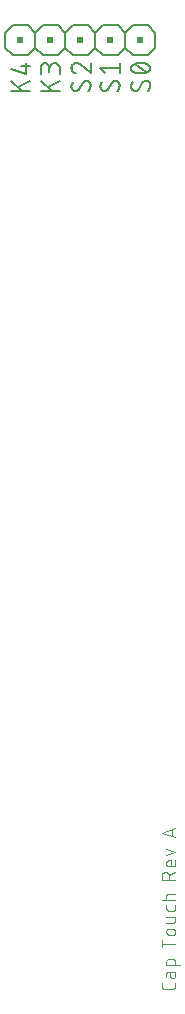
<source format=gbr>
G04 EAGLE Gerber RS-274X export*
G75*
%MOMM*%
%FSLAX34Y34*%
%LPD*%
%INSilkscreen Top*%
%IPPOS*%
%AMOC8*
5,1,8,0,0,1.08239X$1,22.5*%
G01*
%ADD10C,0.152400*%
%ADD11C,0.101600*%
%ADD12R,0.508000X0.508000*%


D10*
X66738Y770762D02*
X50482Y770762D01*
X50482Y779793D02*
X60416Y770762D01*
X56804Y774374D02*
X66738Y779793D01*
X66738Y785661D02*
X66738Y790177D01*
X66736Y790310D01*
X66730Y790442D01*
X66720Y790574D01*
X66707Y790706D01*
X66689Y790838D01*
X66668Y790968D01*
X66643Y791099D01*
X66614Y791228D01*
X66581Y791356D01*
X66545Y791484D01*
X66505Y791610D01*
X66461Y791735D01*
X66413Y791859D01*
X66362Y791981D01*
X66307Y792102D01*
X66249Y792221D01*
X66187Y792339D01*
X66122Y792454D01*
X66053Y792568D01*
X65982Y792679D01*
X65906Y792788D01*
X65828Y792895D01*
X65747Y793000D01*
X65662Y793102D01*
X65575Y793202D01*
X65485Y793299D01*
X65392Y793394D01*
X65296Y793485D01*
X65198Y793574D01*
X65097Y793660D01*
X64993Y793743D01*
X64887Y793823D01*
X64779Y793899D01*
X64669Y793973D01*
X64556Y794043D01*
X64442Y794110D01*
X64325Y794173D01*
X64207Y794233D01*
X64087Y794290D01*
X63965Y794343D01*
X63842Y794392D01*
X63718Y794438D01*
X63592Y794480D01*
X63465Y794518D01*
X63337Y794553D01*
X63208Y794584D01*
X63079Y794611D01*
X62948Y794634D01*
X62817Y794654D01*
X62685Y794669D01*
X62553Y794681D01*
X62421Y794689D01*
X62288Y794693D01*
X62156Y794693D01*
X62023Y794689D01*
X61891Y794681D01*
X61759Y794669D01*
X61627Y794654D01*
X61496Y794634D01*
X61365Y794611D01*
X61236Y794584D01*
X61107Y794553D01*
X60979Y794518D01*
X60852Y794480D01*
X60726Y794438D01*
X60602Y794392D01*
X60479Y794343D01*
X60357Y794290D01*
X60237Y794233D01*
X60119Y794173D01*
X60002Y794110D01*
X59888Y794043D01*
X59775Y793973D01*
X59665Y793899D01*
X59557Y793823D01*
X59451Y793743D01*
X59347Y793660D01*
X59246Y793574D01*
X59148Y793485D01*
X59052Y793394D01*
X58959Y793299D01*
X58869Y793202D01*
X58782Y793102D01*
X58697Y793000D01*
X58616Y792895D01*
X58538Y792788D01*
X58462Y792679D01*
X58391Y792568D01*
X58322Y792454D01*
X58257Y792339D01*
X58195Y792221D01*
X58137Y792102D01*
X58082Y791981D01*
X58031Y791859D01*
X57983Y791735D01*
X57939Y791610D01*
X57899Y791484D01*
X57863Y791356D01*
X57830Y791228D01*
X57801Y791099D01*
X57776Y790968D01*
X57755Y790838D01*
X57737Y790706D01*
X57724Y790574D01*
X57714Y790442D01*
X57708Y790310D01*
X57706Y790177D01*
X50482Y791080D02*
X50482Y785661D01*
X50482Y791080D02*
X50484Y791199D01*
X50490Y791319D01*
X50500Y791438D01*
X50514Y791556D01*
X50531Y791675D01*
X50553Y791792D01*
X50578Y791909D01*
X50608Y792024D01*
X50641Y792139D01*
X50678Y792253D01*
X50718Y792365D01*
X50763Y792476D01*
X50811Y792585D01*
X50862Y792693D01*
X50917Y792799D01*
X50976Y792903D01*
X51038Y793005D01*
X51103Y793105D01*
X51172Y793203D01*
X51244Y793299D01*
X51319Y793392D01*
X51396Y793482D01*
X51477Y793570D01*
X51561Y793655D01*
X51648Y793737D01*
X51737Y793817D01*
X51829Y793893D01*
X51923Y793967D01*
X52020Y794037D01*
X52118Y794104D01*
X52219Y794168D01*
X52323Y794228D01*
X52428Y794285D01*
X52535Y794338D01*
X52643Y794388D01*
X52753Y794434D01*
X52865Y794476D01*
X52978Y794515D01*
X53092Y794550D01*
X53207Y794581D01*
X53324Y794609D01*
X53441Y794632D01*
X53558Y794652D01*
X53677Y794668D01*
X53796Y794680D01*
X53915Y794688D01*
X54034Y794692D01*
X54154Y794692D01*
X54273Y794688D01*
X54392Y794680D01*
X54511Y794668D01*
X54630Y794652D01*
X54747Y794632D01*
X54864Y794609D01*
X54981Y794581D01*
X55096Y794550D01*
X55210Y794515D01*
X55323Y794476D01*
X55435Y794434D01*
X55545Y794388D01*
X55653Y794338D01*
X55760Y794285D01*
X55865Y794228D01*
X55969Y794168D01*
X56070Y794104D01*
X56168Y794037D01*
X56265Y793967D01*
X56359Y793893D01*
X56451Y793817D01*
X56540Y793737D01*
X56627Y793655D01*
X56711Y793570D01*
X56792Y793482D01*
X56869Y793392D01*
X56944Y793299D01*
X57016Y793203D01*
X57085Y793105D01*
X57150Y793005D01*
X57212Y792903D01*
X57271Y792799D01*
X57326Y792693D01*
X57377Y792585D01*
X57425Y792476D01*
X57470Y792365D01*
X57510Y792253D01*
X57547Y792139D01*
X57580Y792024D01*
X57610Y791909D01*
X57635Y791792D01*
X57657Y791675D01*
X57674Y791556D01*
X57688Y791438D01*
X57698Y791319D01*
X57704Y791199D01*
X57706Y791080D01*
X57707Y791080D02*
X57707Y787467D01*
X89126Y779793D02*
X89244Y779791D01*
X89362Y779785D01*
X89480Y779776D01*
X89597Y779762D01*
X89714Y779745D01*
X89831Y779724D01*
X89946Y779699D01*
X90061Y779670D01*
X90175Y779637D01*
X90287Y779601D01*
X90398Y779561D01*
X90508Y779518D01*
X90617Y779471D01*
X90724Y779421D01*
X90829Y779366D01*
X90932Y779309D01*
X91033Y779248D01*
X91133Y779184D01*
X91230Y779117D01*
X91325Y779047D01*
X91417Y778973D01*
X91508Y778897D01*
X91595Y778817D01*
X91680Y778735D01*
X91762Y778650D01*
X91842Y778563D01*
X91918Y778472D01*
X91992Y778380D01*
X92062Y778285D01*
X92129Y778188D01*
X92193Y778088D01*
X92254Y777987D01*
X92311Y777884D01*
X92366Y777779D01*
X92416Y777672D01*
X92463Y777563D01*
X92506Y777453D01*
X92546Y777342D01*
X92582Y777230D01*
X92615Y777116D01*
X92644Y777001D01*
X92669Y776886D01*
X92690Y776769D01*
X92707Y776652D01*
X92721Y776535D01*
X92730Y776417D01*
X92736Y776299D01*
X92738Y776181D01*
X92736Y775998D01*
X92729Y775816D01*
X92718Y775634D01*
X92703Y775452D01*
X92683Y775270D01*
X92660Y775089D01*
X92631Y774909D01*
X92599Y774729D01*
X92562Y774550D01*
X92521Y774373D01*
X92475Y774196D01*
X92426Y774020D01*
X92372Y773846D01*
X92314Y773672D01*
X92252Y773501D01*
X92186Y773331D01*
X92115Y773162D01*
X92041Y772995D01*
X91963Y772830D01*
X91881Y772667D01*
X91795Y772506D01*
X91705Y772347D01*
X91611Y772190D01*
X91514Y772036D01*
X91413Y771884D01*
X91308Y771734D01*
X91200Y771587D01*
X91089Y771443D01*
X90974Y771301D01*
X90855Y771162D01*
X90733Y771026D01*
X90608Y770893D01*
X90480Y770763D01*
X80094Y771214D02*
X79976Y771216D01*
X79858Y771222D01*
X79740Y771231D01*
X79623Y771245D01*
X79506Y771262D01*
X79389Y771283D01*
X79274Y771308D01*
X79159Y771337D01*
X79045Y771370D01*
X78933Y771406D01*
X78822Y771446D01*
X78712Y771489D01*
X78603Y771536D01*
X78496Y771586D01*
X78391Y771641D01*
X78288Y771698D01*
X78187Y771759D01*
X78087Y771823D01*
X77990Y771890D01*
X77895Y771960D01*
X77803Y772034D01*
X77712Y772110D01*
X77625Y772190D01*
X77540Y772272D01*
X77458Y772357D01*
X77378Y772444D01*
X77302Y772535D01*
X77228Y772627D01*
X77158Y772722D01*
X77091Y772819D01*
X77027Y772919D01*
X76966Y773020D01*
X76909Y773123D01*
X76854Y773228D01*
X76804Y773335D01*
X76757Y773444D01*
X76714Y773554D01*
X76674Y773665D01*
X76638Y773777D01*
X76605Y773891D01*
X76576Y774006D01*
X76551Y774121D01*
X76530Y774238D01*
X76513Y774355D01*
X76499Y774472D01*
X76490Y774590D01*
X76484Y774708D01*
X76482Y774826D01*
X76484Y774987D01*
X76490Y775149D01*
X76499Y775310D01*
X76513Y775471D01*
X76530Y775631D01*
X76551Y775791D01*
X76576Y775951D01*
X76605Y776110D01*
X76637Y776268D01*
X76673Y776425D01*
X76713Y776581D01*
X76757Y776737D01*
X76805Y776891D01*
X76856Y777044D01*
X76910Y777196D01*
X76969Y777347D01*
X77030Y777496D01*
X77096Y777643D01*
X77165Y777789D01*
X77237Y777934D01*
X77313Y778076D01*
X77392Y778217D01*
X77474Y778356D01*
X77560Y778492D01*
X77649Y778627D01*
X77741Y778760D01*
X77837Y778890D01*
X83255Y773019D02*
X83193Y772918D01*
X83128Y772818D01*
X83059Y772721D01*
X82987Y772626D01*
X82913Y772533D01*
X82835Y772443D01*
X82754Y772355D01*
X82671Y772270D01*
X82585Y772188D01*
X82496Y772109D01*
X82405Y772032D01*
X82311Y771959D01*
X82215Y771888D01*
X82117Y771821D01*
X82017Y771757D01*
X81914Y771696D01*
X81810Y771639D01*
X81704Y771585D01*
X81596Y771535D01*
X81487Y771488D01*
X81376Y771444D01*
X81264Y771404D01*
X81150Y771368D01*
X81036Y771336D01*
X80920Y771307D01*
X80804Y771282D01*
X80687Y771261D01*
X80569Y771244D01*
X80451Y771230D01*
X80332Y771221D01*
X80213Y771215D01*
X80094Y771213D01*
X85965Y777987D02*
X86027Y778088D01*
X86092Y778188D01*
X86161Y778285D01*
X86233Y778380D01*
X86307Y778473D01*
X86385Y778563D01*
X86466Y778651D01*
X86549Y778736D01*
X86635Y778818D01*
X86724Y778897D01*
X86815Y778974D01*
X86909Y779047D01*
X87005Y779118D01*
X87103Y779185D01*
X87203Y779249D01*
X87306Y779310D01*
X87410Y779367D01*
X87516Y779421D01*
X87624Y779471D01*
X87733Y779518D01*
X87844Y779562D01*
X87956Y779602D01*
X88070Y779638D01*
X88184Y779670D01*
X88300Y779699D01*
X88416Y779724D01*
X88533Y779745D01*
X88651Y779762D01*
X88769Y779776D01*
X88888Y779785D01*
X89007Y779791D01*
X89126Y779793D01*
X85965Y777987D02*
X83255Y773020D01*
X76482Y790839D02*
X76484Y790964D01*
X76490Y791089D01*
X76499Y791214D01*
X76513Y791338D01*
X76530Y791462D01*
X76551Y791586D01*
X76576Y791708D01*
X76605Y791830D01*
X76637Y791951D01*
X76673Y792071D01*
X76713Y792190D01*
X76756Y792307D01*
X76803Y792423D01*
X76854Y792538D01*
X76908Y792650D01*
X76966Y792762D01*
X77026Y792871D01*
X77091Y792978D01*
X77158Y793084D01*
X77229Y793187D01*
X77303Y793288D01*
X77380Y793387D01*
X77460Y793483D01*
X77543Y793577D01*
X77628Y793668D01*
X77717Y793757D01*
X77808Y793842D01*
X77902Y793925D01*
X77998Y794005D01*
X78097Y794082D01*
X78198Y794156D01*
X78301Y794227D01*
X78407Y794294D01*
X78514Y794359D01*
X78623Y794419D01*
X78735Y794477D01*
X78847Y794531D01*
X78962Y794582D01*
X79078Y794629D01*
X79195Y794672D01*
X79314Y794712D01*
X79434Y794748D01*
X79555Y794780D01*
X79677Y794809D01*
X79799Y794834D01*
X79923Y794855D01*
X80047Y794872D01*
X80171Y794886D01*
X80296Y794895D01*
X80421Y794901D01*
X80546Y794903D01*
X76482Y790839D02*
X76484Y790696D01*
X76490Y790554D01*
X76500Y790411D01*
X76513Y790269D01*
X76531Y790128D01*
X76552Y789986D01*
X76577Y789846D01*
X76606Y789706D01*
X76639Y789567D01*
X76676Y789429D01*
X76716Y789292D01*
X76760Y789157D01*
X76808Y789022D01*
X76860Y788889D01*
X76915Y788757D01*
X76974Y788627D01*
X77036Y788499D01*
X77102Y788372D01*
X77171Y788247D01*
X77243Y788124D01*
X77319Y788003D01*
X77398Y787885D01*
X77481Y787768D01*
X77566Y787654D01*
X77655Y787542D01*
X77746Y787433D01*
X77841Y787326D01*
X77938Y787221D01*
X78039Y787120D01*
X78142Y787021D01*
X78247Y786925D01*
X78356Y786832D01*
X78467Y786742D01*
X78580Y786655D01*
X78695Y786571D01*
X78813Y786491D01*
X78933Y786413D01*
X79055Y786339D01*
X79179Y786269D01*
X79305Y786201D01*
X79433Y786138D01*
X79562Y786077D01*
X79693Y786020D01*
X79825Y785967D01*
X79959Y785918D01*
X80094Y785872D01*
X83707Y793548D02*
X83615Y793642D01*
X83521Y793732D01*
X83424Y793820D01*
X83324Y793905D01*
X83222Y793987D01*
X83117Y794065D01*
X83010Y794141D01*
X82901Y794213D01*
X82790Y794282D01*
X82676Y794348D01*
X82561Y794410D01*
X82444Y794469D01*
X82325Y794524D01*
X82205Y794575D01*
X82083Y794623D01*
X81960Y794668D01*
X81836Y794708D01*
X81710Y794745D01*
X81583Y794778D01*
X81456Y794807D01*
X81327Y794833D01*
X81198Y794854D01*
X81068Y794872D01*
X80938Y794885D01*
X80808Y794895D01*
X80677Y794901D01*
X80546Y794903D01*
X83707Y793549D02*
X92738Y785872D01*
X92738Y794903D01*
X113626Y779793D02*
X113744Y779791D01*
X113862Y779785D01*
X113980Y779776D01*
X114097Y779762D01*
X114214Y779745D01*
X114331Y779724D01*
X114446Y779699D01*
X114561Y779670D01*
X114675Y779637D01*
X114787Y779601D01*
X114898Y779561D01*
X115008Y779518D01*
X115117Y779471D01*
X115224Y779421D01*
X115329Y779366D01*
X115432Y779309D01*
X115533Y779248D01*
X115633Y779184D01*
X115730Y779117D01*
X115825Y779047D01*
X115917Y778973D01*
X116008Y778897D01*
X116095Y778817D01*
X116180Y778735D01*
X116262Y778650D01*
X116342Y778563D01*
X116418Y778472D01*
X116492Y778380D01*
X116562Y778285D01*
X116629Y778188D01*
X116693Y778088D01*
X116754Y777987D01*
X116811Y777884D01*
X116866Y777779D01*
X116916Y777672D01*
X116963Y777563D01*
X117006Y777453D01*
X117046Y777342D01*
X117082Y777230D01*
X117115Y777116D01*
X117144Y777001D01*
X117169Y776886D01*
X117190Y776769D01*
X117207Y776652D01*
X117221Y776535D01*
X117230Y776417D01*
X117236Y776299D01*
X117238Y776181D01*
X117236Y775998D01*
X117229Y775816D01*
X117218Y775634D01*
X117203Y775452D01*
X117183Y775270D01*
X117160Y775089D01*
X117131Y774909D01*
X117099Y774729D01*
X117062Y774550D01*
X117021Y774373D01*
X116975Y774196D01*
X116926Y774020D01*
X116872Y773846D01*
X116814Y773672D01*
X116752Y773501D01*
X116686Y773331D01*
X116615Y773162D01*
X116541Y772995D01*
X116463Y772830D01*
X116381Y772667D01*
X116295Y772506D01*
X116205Y772347D01*
X116111Y772190D01*
X116014Y772036D01*
X115913Y771884D01*
X115808Y771734D01*
X115700Y771587D01*
X115589Y771443D01*
X115474Y771301D01*
X115355Y771162D01*
X115233Y771026D01*
X115108Y770893D01*
X114980Y770763D01*
X104594Y771214D02*
X104476Y771216D01*
X104358Y771222D01*
X104240Y771231D01*
X104123Y771245D01*
X104006Y771262D01*
X103889Y771283D01*
X103774Y771308D01*
X103659Y771337D01*
X103545Y771370D01*
X103433Y771406D01*
X103322Y771446D01*
X103212Y771489D01*
X103103Y771536D01*
X102996Y771586D01*
X102891Y771641D01*
X102788Y771698D01*
X102687Y771759D01*
X102587Y771823D01*
X102490Y771890D01*
X102395Y771960D01*
X102303Y772034D01*
X102212Y772110D01*
X102125Y772190D01*
X102040Y772272D01*
X101958Y772357D01*
X101878Y772444D01*
X101802Y772535D01*
X101728Y772627D01*
X101658Y772722D01*
X101591Y772819D01*
X101527Y772919D01*
X101466Y773020D01*
X101409Y773123D01*
X101354Y773228D01*
X101304Y773335D01*
X101257Y773444D01*
X101214Y773554D01*
X101174Y773665D01*
X101138Y773777D01*
X101105Y773891D01*
X101076Y774006D01*
X101051Y774121D01*
X101030Y774238D01*
X101013Y774355D01*
X100999Y774472D01*
X100990Y774590D01*
X100984Y774708D01*
X100982Y774826D01*
X100984Y774987D01*
X100990Y775149D01*
X100999Y775310D01*
X101013Y775471D01*
X101030Y775631D01*
X101051Y775791D01*
X101076Y775951D01*
X101105Y776110D01*
X101137Y776268D01*
X101173Y776425D01*
X101213Y776581D01*
X101257Y776737D01*
X101305Y776891D01*
X101356Y777044D01*
X101410Y777196D01*
X101469Y777347D01*
X101530Y777496D01*
X101596Y777643D01*
X101665Y777789D01*
X101737Y777934D01*
X101813Y778076D01*
X101892Y778217D01*
X101974Y778356D01*
X102060Y778492D01*
X102149Y778627D01*
X102241Y778760D01*
X102337Y778890D01*
X107755Y773019D02*
X107693Y772918D01*
X107628Y772818D01*
X107559Y772721D01*
X107487Y772626D01*
X107413Y772533D01*
X107335Y772443D01*
X107254Y772355D01*
X107171Y772270D01*
X107085Y772188D01*
X106996Y772109D01*
X106905Y772032D01*
X106811Y771959D01*
X106715Y771888D01*
X106617Y771821D01*
X106517Y771757D01*
X106414Y771696D01*
X106310Y771639D01*
X106204Y771585D01*
X106096Y771535D01*
X105987Y771488D01*
X105876Y771444D01*
X105764Y771404D01*
X105650Y771368D01*
X105536Y771336D01*
X105420Y771307D01*
X105304Y771282D01*
X105187Y771261D01*
X105069Y771244D01*
X104951Y771230D01*
X104832Y771221D01*
X104713Y771215D01*
X104594Y771213D01*
X110465Y777987D02*
X110527Y778088D01*
X110592Y778188D01*
X110661Y778285D01*
X110733Y778380D01*
X110807Y778473D01*
X110885Y778563D01*
X110966Y778651D01*
X111049Y778736D01*
X111135Y778818D01*
X111224Y778897D01*
X111315Y778974D01*
X111409Y779047D01*
X111505Y779118D01*
X111603Y779185D01*
X111703Y779249D01*
X111806Y779310D01*
X111910Y779367D01*
X112016Y779421D01*
X112124Y779471D01*
X112233Y779518D01*
X112344Y779562D01*
X112456Y779602D01*
X112570Y779638D01*
X112684Y779670D01*
X112800Y779699D01*
X112916Y779724D01*
X113033Y779745D01*
X113151Y779762D01*
X113269Y779776D01*
X113388Y779785D01*
X113507Y779791D01*
X113626Y779793D01*
X110465Y777987D02*
X107755Y773020D01*
X104594Y785872D02*
X100982Y790388D01*
X117238Y790388D01*
X117238Y794903D02*
X117238Y785872D01*
X139626Y779793D02*
X139744Y779791D01*
X139862Y779785D01*
X139980Y779776D01*
X140097Y779762D01*
X140214Y779745D01*
X140331Y779724D01*
X140446Y779699D01*
X140561Y779670D01*
X140675Y779637D01*
X140787Y779601D01*
X140898Y779561D01*
X141008Y779518D01*
X141117Y779471D01*
X141224Y779421D01*
X141329Y779366D01*
X141432Y779309D01*
X141533Y779248D01*
X141633Y779184D01*
X141730Y779117D01*
X141825Y779047D01*
X141917Y778973D01*
X142008Y778897D01*
X142095Y778817D01*
X142180Y778735D01*
X142262Y778650D01*
X142342Y778563D01*
X142418Y778472D01*
X142492Y778380D01*
X142562Y778285D01*
X142629Y778188D01*
X142693Y778088D01*
X142754Y777987D01*
X142811Y777884D01*
X142866Y777779D01*
X142916Y777672D01*
X142963Y777563D01*
X143006Y777453D01*
X143046Y777342D01*
X143082Y777230D01*
X143115Y777116D01*
X143144Y777001D01*
X143169Y776886D01*
X143190Y776769D01*
X143207Y776652D01*
X143221Y776535D01*
X143230Y776417D01*
X143236Y776299D01*
X143238Y776181D01*
X143236Y775998D01*
X143229Y775816D01*
X143218Y775634D01*
X143203Y775452D01*
X143183Y775270D01*
X143160Y775089D01*
X143131Y774909D01*
X143099Y774729D01*
X143062Y774550D01*
X143021Y774373D01*
X142975Y774196D01*
X142926Y774020D01*
X142872Y773846D01*
X142814Y773672D01*
X142752Y773501D01*
X142686Y773331D01*
X142615Y773162D01*
X142541Y772995D01*
X142463Y772830D01*
X142381Y772667D01*
X142295Y772506D01*
X142205Y772347D01*
X142111Y772190D01*
X142014Y772036D01*
X141913Y771884D01*
X141808Y771734D01*
X141700Y771587D01*
X141589Y771443D01*
X141474Y771301D01*
X141355Y771162D01*
X141233Y771026D01*
X141108Y770893D01*
X140980Y770763D01*
X130594Y771214D02*
X130476Y771216D01*
X130358Y771222D01*
X130240Y771231D01*
X130123Y771245D01*
X130006Y771262D01*
X129889Y771283D01*
X129774Y771308D01*
X129659Y771337D01*
X129545Y771370D01*
X129433Y771406D01*
X129322Y771446D01*
X129212Y771489D01*
X129103Y771536D01*
X128996Y771586D01*
X128891Y771641D01*
X128788Y771698D01*
X128687Y771759D01*
X128587Y771823D01*
X128490Y771890D01*
X128395Y771960D01*
X128303Y772034D01*
X128212Y772110D01*
X128125Y772190D01*
X128040Y772272D01*
X127958Y772357D01*
X127878Y772444D01*
X127802Y772535D01*
X127728Y772627D01*
X127658Y772722D01*
X127591Y772819D01*
X127527Y772919D01*
X127466Y773020D01*
X127409Y773123D01*
X127354Y773228D01*
X127304Y773335D01*
X127257Y773444D01*
X127214Y773554D01*
X127174Y773665D01*
X127138Y773777D01*
X127105Y773891D01*
X127076Y774006D01*
X127051Y774121D01*
X127030Y774238D01*
X127013Y774355D01*
X126999Y774472D01*
X126990Y774590D01*
X126984Y774708D01*
X126982Y774826D01*
X126984Y774987D01*
X126990Y775149D01*
X126999Y775310D01*
X127013Y775471D01*
X127030Y775631D01*
X127051Y775791D01*
X127076Y775951D01*
X127105Y776110D01*
X127137Y776268D01*
X127173Y776425D01*
X127213Y776581D01*
X127257Y776737D01*
X127305Y776891D01*
X127356Y777044D01*
X127410Y777196D01*
X127469Y777347D01*
X127530Y777496D01*
X127596Y777643D01*
X127665Y777789D01*
X127737Y777934D01*
X127813Y778076D01*
X127892Y778217D01*
X127974Y778356D01*
X128060Y778492D01*
X128149Y778627D01*
X128241Y778760D01*
X128337Y778890D01*
X133755Y773019D02*
X133693Y772918D01*
X133628Y772818D01*
X133559Y772721D01*
X133487Y772626D01*
X133413Y772533D01*
X133335Y772443D01*
X133254Y772355D01*
X133171Y772270D01*
X133085Y772188D01*
X132996Y772109D01*
X132905Y772032D01*
X132811Y771959D01*
X132715Y771888D01*
X132617Y771821D01*
X132517Y771757D01*
X132414Y771696D01*
X132310Y771639D01*
X132204Y771585D01*
X132096Y771535D01*
X131987Y771488D01*
X131876Y771444D01*
X131764Y771404D01*
X131650Y771368D01*
X131536Y771336D01*
X131420Y771307D01*
X131304Y771282D01*
X131187Y771261D01*
X131069Y771244D01*
X130951Y771230D01*
X130832Y771221D01*
X130713Y771215D01*
X130594Y771213D01*
X136465Y777987D02*
X136527Y778088D01*
X136592Y778188D01*
X136661Y778285D01*
X136733Y778380D01*
X136807Y778473D01*
X136885Y778563D01*
X136966Y778651D01*
X137049Y778736D01*
X137135Y778818D01*
X137224Y778897D01*
X137315Y778974D01*
X137409Y779047D01*
X137505Y779118D01*
X137603Y779185D01*
X137703Y779249D01*
X137806Y779310D01*
X137910Y779367D01*
X138016Y779421D01*
X138124Y779471D01*
X138233Y779518D01*
X138344Y779562D01*
X138456Y779602D01*
X138570Y779638D01*
X138684Y779670D01*
X138800Y779699D01*
X138916Y779724D01*
X139033Y779745D01*
X139151Y779762D01*
X139269Y779776D01*
X139388Y779785D01*
X139507Y779791D01*
X139626Y779793D01*
X136465Y777987D02*
X133755Y773020D01*
X135110Y785872D02*
X134790Y785876D01*
X134471Y785887D01*
X134151Y785906D01*
X133833Y785933D01*
X133515Y785967D01*
X133198Y786009D01*
X132882Y786059D01*
X132567Y786116D01*
X132254Y786180D01*
X131942Y786252D01*
X131632Y786331D01*
X131325Y786418D01*
X131019Y786512D01*
X130716Y786613D01*
X130415Y786722D01*
X130117Y786837D01*
X129821Y786960D01*
X129529Y787090D01*
X129240Y787227D01*
X129239Y787228D02*
X129131Y787267D01*
X129024Y787310D01*
X128919Y787356D01*
X128816Y787406D01*
X128714Y787460D01*
X128614Y787517D01*
X128516Y787578D01*
X128420Y787642D01*
X128327Y787709D01*
X128236Y787779D01*
X128147Y787853D01*
X128061Y787929D01*
X127978Y788009D01*
X127897Y788091D01*
X127819Y788176D01*
X127745Y788263D01*
X127673Y788354D01*
X127604Y788446D01*
X127539Y788541D01*
X127477Y788638D01*
X127418Y788737D01*
X127363Y788838D01*
X127312Y788941D01*
X127264Y789046D01*
X127219Y789152D01*
X127178Y789259D01*
X127141Y789368D01*
X127108Y789479D01*
X127079Y789590D01*
X127053Y789702D01*
X127031Y789815D01*
X127014Y789929D01*
X127000Y790043D01*
X126990Y790158D01*
X126984Y790273D01*
X126982Y790388D01*
X126984Y790503D01*
X126990Y790618D01*
X127000Y790733D01*
X127014Y790847D01*
X127031Y790961D01*
X127053Y791074D01*
X127079Y791186D01*
X127108Y791298D01*
X127141Y791408D01*
X127178Y791517D01*
X127219Y791625D01*
X127264Y791731D01*
X127312Y791836D01*
X127363Y791938D01*
X127419Y792040D01*
X127477Y792139D01*
X127539Y792236D01*
X127605Y792331D01*
X127673Y792423D01*
X127745Y792513D01*
X127819Y792601D01*
X127897Y792686D01*
X127978Y792768D01*
X128061Y792847D01*
X128147Y792924D01*
X128236Y792997D01*
X128327Y793068D01*
X128421Y793135D01*
X128516Y793199D01*
X128614Y793260D01*
X128714Y793317D01*
X128816Y793370D01*
X128920Y793421D01*
X129025Y793467D01*
X129132Y793510D01*
X129240Y793549D01*
X129240Y793548D02*
X129529Y793685D01*
X129821Y793815D01*
X130117Y793938D01*
X130415Y794053D01*
X130716Y794162D01*
X131019Y794263D01*
X131325Y794357D01*
X131632Y794444D01*
X131942Y794523D01*
X132254Y794595D01*
X132567Y794659D01*
X132882Y794716D01*
X133198Y794766D01*
X133515Y794808D01*
X133833Y794842D01*
X134151Y794869D01*
X134471Y794888D01*
X134790Y794899D01*
X135110Y794903D01*
X135110Y785873D02*
X135430Y785877D01*
X135749Y785888D01*
X136069Y785907D01*
X136387Y785934D01*
X136705Y785968D01*
X137022Y786010D01*
X137338Y786060D01*
X137653Y786117D01*
X137966Y786181D01*
X138278Y786253D01*
X138588Y786332D01*
X138895Y786419D01*
X139201Y786513D01*
X139504Y786614D01*
X139805Y786723D01*
X140103Y786838D01*
X140399Y786961D01*
X140691Y787091D01*
X140980Y787228D01*
X140981Y787227D02*
X141089Y787266D01*
X141196Y787309D01*
X141301Y787355D01*
X141405Y787406D01*
X141507Y787459D01*
X141607Y787516D01*
X141705Y787577D01*
X141800Y787641D01*
X141894Y787708D01*
X141985Y787779D01*
X142074Y787852D01*
X142160Y787929D01*
X142243Y788008D01*
X142324Y788090D01*
X142402Y788175D01*
X142476Y788263D01*
X142548Y788353D01*
X142617Y788446D01*
X142682Y788540D01*
X142744Y788637D01*
X142802Y788737D01*
X142858Y788838D01*
X142909Y788940D01*
X142957Y789045D01*
X143002Y789151D01*
X143043Y789259D01*
X143080Y789368D01*
X143113Y789478D01*
X143142Y789590D01*
X143168Y789702D01*
X143190Y789815D01*
X143207Y789929D01*
X143221Y790043D01*
X143231Y790158D01*
X143237Y790273D01*
X143239Y790388D01*
X140980Y793548D02*
X140691Y793685D01*
X140399Y793815D01*
X140103Y793938D01*
X139805Y794053D01*
X139504Y794162D01*
X139201Y794263D01*
X138895Y794357D01*
X138588Y794444D01*
X138278Y794523D01*
X137966Y794595D01*
X137653Y794659D01*
X137338Y794716D01*
X137022Y794766D01*
X136705Y794808D01*
X136387Y794842D01*
X136069Y794869D01*
X135749Y794888D01*
X135430Y794899D01*
X135110Y794903D01*
X140980Y793549D02*
X141088Y793510D01*
X141195Y793467D01*
X141300Y793421D01*
X141404Y793370D01*
X141506Y793317D01*
X141606Y793260D01*
X141704Y793199D01*
X141799Y793135D01*
X141893Y793068D01*
X141984Y792997D01*
X142073Y792924D01*
X142159Y792847D01*
X142242Y792768D01*
X142323Y792686D01*
X142401Y792601D01*
X142475Y792513D01*
X142547Y792423D01*
X142616Y792330D01*
X142681Y792236D01*
X142743Y792139D01*
X142801Y792039D01*
X142857Y791938D01*
X142908Y791835D01*
X142956Y791731D01*
X143001Y791625D01*
X143042Y791517D01*
X143079Y791408D01*
X143112Y791298D01*
X143141Y791186D01*
X143167Y791074D01*
X143189Y790961D01*
X143206Y790847D01*
X143220Y790733D01*
X143230Y790618D01*
X143236Y790503D01*
X143238Y790388D01*
X139626Y786775D02*
X130594Y794000D01*
X41238Y770762D02*
X24982Y770762D01*
X24982Y779793D02*
X34916Y770762D01*
X31304Y774374D02*
X41238Y779793D01*
X37626Y785661D02*
X24982Y789274D01*
X37626Y785661D02*
X37626Y794692D01*
X34013Y791983D02*
X41238Y791983D01*
D11*
X164492Y15701D02*
X164492Y13104D01*
X164490Y13005D01*
X164484Y12905D01*
X164475Y12806D01*
X164462Y12708D01*
X164445Y12610D01*
X164424Y12512D01*
X164399Y12416D01*
X164371Y12321D01*
X164339Y12227D01*
X164304Y12134D01*
X164265Y12042D01*
X164222Y11952D01*
X164177Y11864D01*
X164127Y11777D01*
X164075Y11693D01*
X164019Y11610D01*
X163961Y11530D01*
X163899Y11452D01*
X163834Y11377D01*
X163766Y11304D01*
X163696Y11234D01*
X163623Y11166D01*
X163548Y11101D01*
X163470Y11039D01*
X163390Y10981D01*
X163307Y10925D01*
X163223Y10873D01*
X163136Y10823D01*
X163048Y10778D01*
X162958Y10735D01*
X162866Y10696D01*
X162773Y10661D01*
X162679Y10629D01*
X162584Y10601D01*
X162488Y10576D01*
X162390Y10555D01*
X162292Y10538D01*
X162194Y10525D01*
X162095Y10516D01*
X161995Y10510D01*
X161896Y10508D01*
X155404Y10508D01*
X155305Y10510D01*
X155205Y10516D01*
X155106Y10525D01*
X155008Y10538D01*
X154910Y10556D01*
X154812Y10576D01*
X154716Y10601D01*
X154620Y10629D01*
X154526Y10661D01*
X154433Y10696D01*
X154342Y10735D01*
X154252Y10778D01*
X154163Y10823D01*
X154077Y10873D01*
X153992Y10925D01*
X153910Y10981D01*
X153830Y11040D01*
X153752Y11101D01*
X153676Y11166D01*
X153603Y11234D01*
X153533Y11304D01*
X153465Y11377D01*
X153400Y11453D01*
X153339Y11531D01*
X153280Y11611D01*
X153224Y11693D01*
X153172Y11778D01*
X153123Y11864D01*
X153077Y11953D01*
X153034Y12043D01*
X152995Y12134D01*
X152960Y12227D01*
X152928Y12321D01*
X152900Y12417D01*
X152875Y12513D01*
X152855Y12611D01*
X152837Y12709D01*
X152824Y12807D01*
X152815Y12906D01*
X152809Y13005D01*
X152807Y13105D01*
X152808Y13104D02*
X152808Y15701D01*
X159948Y22166D02*
X159948Y25087D01*
X159948Y22166D02*
X159950Y22072D01*
X159956Y21978D01*
X159965Y21885D01*
X159979Y21792D01*
X159996Y21700D01*
X160018Y21608D01*
X160042Y21518D01*
X160071Y21428D01*
X160103Y21340D01*
X160139Y21253D01*
X160179Y21168D01*
X160222Y21085D01*
X160268Y21003D01*
X160318Y20923D01*
X160371Y20846D01*
X160427Y20771D01*
X160486Y20698D01*
X160548Y20627D01*
X160613Y20559D01*
X160681Y20494D01*
X160752Y20432D01*
X160825Y20373D01*
X160900Y20317D01*
X160977Y20264D01*
X161057Y20214D01*
X161139Y20168D01*
X161222Y20125D01*
X161307Y20085D01*
X161394Y20049D01*
X161482Y20017D01*
X161572Y19988D01*
X161662Y19964D01*
X161754Y19942D01*
X161846Y19925D01*
X161939Y19911D01*
X162032Y19902D01*
X162126Y19896D01*
X162220Y19894D01*
X162314Y19896D01*
X162408Y19902D01*
X162501Y19911D01*
X162594Y19925D01*
X162686Y19942D01*
X162778Y19964D01*
X162868Y19988D01*
X162958Y20017D01*
X163046Y20049D01*
X163133Y20085D01*
X163218Y20125D01*
X163301Y20168D01*
X163383Y20214D01*
X163463Y20264D01*
X163540Y20317D01*
X163615Y20373D01*
X163688Y20432D01*
X163759Y20494D01*
X163827Y20559D01*
X163892Y20627D01*
X163954Y20698D01*
X164013Y20771D01*
X164069Y20846D01*
X164122Y20923D01*
X164172Y21003D01*
X164218Y21085D01*
X164261Y21168D01*
X164301Y21253D01*
X164337Y21340D01*
X164369Y21428D01*
X164398Y21518D01*
X164422Y21608D01*
X164444Y21700D01*
X164461Y21792D01*
X164475Y21885D01*
X164484Y21978D01*
X164490Y22072D01*
X164492Y22166D01*
X164492Y25087D01*
X158650Y25087D01*
X158563Y25085D01*
X158475Y25079D01*
X158389Y25069D01*
X158302Y25056D01*
X158217Y25038D01*
X158132Y25017D01*
X158048Y24992D01*
X157966Y24963D01*
X157885Y24930D01*
X157805Y24894D01*
X157727Y24855D01*
X157651Y24811D01*
X157577Y24765D01*
X157506Y24715D01*
X157436Y24662D01*
X157369Y24606D01*
X157305Y24547D01*
X157243Y24485D01*
X157184Y24421D01*
X157128Y24354D01*
X157075Y24284D01*
X157025Y24213D01*
X156979Y24139D01*
X156935Y24063D01*
X156896Y23985D01*
X156860Y23905D01*
X156827Y23824D01*
X156798Y23742D01*
X156773Y23658D01*
X156752Y23573D01*
X156734Y23488D01*
X156721Y23401D01*
X156711Y23315D01*
X156705Y23227D01*
X156703Y23140D01*
X156703Y20544D01*
X156703Y30680D02*
X168387Y30680D01*
X156703Y30680D02*
X156703Y33926D01*
X156705Y34013D01*
X156711Y34101D01*
X156721Y34187D01*
X156734Y34274D01*
X156752Y34359D01*
X156773Y34444D01*
X156798Y34528D01*
X156827Y34610D01*
X156860Y34691D01*
X156896Y34771D01*
X156935Y34849D01*
X156979Y34925D01*
X157025Y34999D01*
X157075Y35070D01*
X157128Y35140D01*
X157184Y35207D01*
X157243Y35271D01*
X157304Y35333D01*
X157369Y35392D01*
X157436Y35448D01*
X157506Y35501D01*
X157577Y35551D01*
X157651Y35597D01*
X157727Y35641D01*
X157805Y35680D01*
X157885Y35716D01*
X157966Y35749D01*
X158048Y35778D01*
X158132Y35803D01*
X158217Y35824D01*
X158302Y35842D01*
X158389Y35855D01*
X158475Y35865D01*
X158563Y35871D01*
X158650Y35873D01*
X162545Y35873D01*
X162632Y35871D01*
X162720Y35865D01*
X162806Y35855D01*
X162893Y35842D01*
X162978Y35824D01*
X163063Y35803D01*
X163147Y35778D01*
X163229Y35749D01*
X163310Y35716D01*
X163390Y35680D01*
X163468Y35641D01*
X163544Y35597D01*
X163618Y35551D01*
X163689Y35501D01*
X163759Y35448D01*
X163826Y35392D01*
X163890Y35333D01*
X163952Y35271D01*
X164011Y35207D01*
X164067Y35140D01*
X164120Y35070D01*
X164170Y34999D01*
X164216Y34925D01*
X164260Y34849D01*
X164299Y34771D01*
X164335Y34691D01*
X164368Y34610D01*
X164397Y34528D01*
X164422Y34444D01*
X164443Y34359D01*
X164461Y34274D01*
X164474Y34187D01*
X164484Y34101D01*
X164490Y34013D01*
X164492Y33926D01*
X164492Y30680D01*
X164492Y49220D02*
X152808Y49220D01*
X152808Y52465D02*
X152808Y45974D01*
X159299Y56529D02*
X161896Y56529D01*
X159299Y56530D02*
X159198Y56532D01*
X159098Y56538D01*
X158998Y56548D01*
X158898Y56561D01*
X158799Y56579D01*
X158700Y56600D01*
X158603Y56625D01*
X158506Y56654D01*
X158411Y56687D01*
X158317Y56723D01*
X158225Y56763D01*
X158134Y56806D01*
X158045Y56853D01*
X157958Y56903D01*
X157872Y56957D01*
X157789Y57014D01*
X157709Y57074D01*
X157630Y57137D01*
X157554Y57204D01*
X157481Y57273D01*
X157411Y57345D01*
X157343Y57419D01*
X157278Y57496D01*
X157217Y57576D01*
X157158Y57658D01*
X157103Y57742D01*
X157051Y57828D01*
X157002Y57916D01*
X156957Y58006D01*
X156915Y58098D01*
X156877Y58191D01*
X156843Y58286D01*
X156812Y58381D01*
X156785Y58478D01*
X156762Y58576D01*
X156742Y58675D01*
X156727Y58775D01*
X156715Y58875D01*
X156707Y58975D01*
X156703Y59076D01*
X156703Y59176D01*
X156707Y59277D01*
X156715Y59377D01*
X156727Y59477D01*
X156742Y59577D01*
X156762Y59676D01*
X156785Y59774D01*
X156812Y59871D01*
X156843Y59966D01*
X156877Y60061D01*
X156915Y60154D01*
X156957Y60246D01*
X157002Y60336D01*
X157051Y60424D01*
X157103Y60510D01*
X157158Y60594D01*
X157217Y60676D01*
X157278Y60756D01*
X157343Y60833D01*
X157411Y60907D01*
X157481Y60979D01*
X157554Y61048D01*
X157630Y61115D01*
X157709Y61178D01*
X157789Y61238D01*
X157872Y61295D01*
X157958Y61349D01*
X158045Y61399D01*
X158134Y61446D01*
X158225Y61489D01*
X158317Y61529D01*
X158411Y61565D01*
X158506Y61598D01*
X158603Y61627D01*
X158700Y61652D01*
X158799Y61673D01*
X158898Y61691D01*
X158998Y61704D01*
X159098Y61714D01*
X159198Y61720D01*
X159299Y61722D01*
X161896Y61722D01*
X161997Y61720D01*
X162097Y61714D01*
X162197Y61704D01*
X162297Y61691D01*
X162396Y61673D01*
X162495Y61652D01*
X162592Y61627D01*
X162689Y61598D01*
X162784Y61565D01*
X162878Y61529D01*
X162970Y61489D01*
X163061Y61446D01*
X163150Y61399D01*
X163237Y61349D01*
X163323Y61295D01*
X163406Y61238D01*
X163486Y61178D01*
X163565Y61115D01*
X163641Y61048D01*
X163714Y60979D01*
X163784Y60907D01*
X163852Y60833D01*
X163917Y60756D01*
X163978Y60676D01*
X164037Y60594D01*
X164092Y60510D01*
X164144Y60424D01*
X164193Y60336D01*
X164238Y60246D01*
X164280Y60154D01*
X164318Y60061D01*
X164352Y59966D01*
X164383Y59871D01*
X164410Y59774D01*
X164433Y59676D01*
X164453Y59577D01*
X164468Y59477D01*
X164480Y59377D01*
X164488Y59277D01*
X164492Y59176D01*
X164492Y59076D01*
X164488Y58975D01*
X164480Y58875D01*
X164468Y58775D01*
X164453Y58675D01*
X164433Y58576D01*
X164410Y58478D01*
X164383Y58381D01*
X164352Y58286D01*
X164318Y58191D01*
X164280Y58098D01*
X164238Y58006D01*
X164193Y57916D01*
X164144Y57828D01*
X164092Y57742D01*
X164037Y57658D01*
X163978Y57576D01*
X163917Y57496D01*
X163852Y57419D01*
X163784Y57345D01*
X163714Y57273D01*
X163641Y57204D01*
X163565Y57137D01*
X163486Y57074D01*
X163406Y57014D01*
X163323Y56957D01*
X163237Y56903D01*
X163150Y56853D01*
X163061Y56806D01*
X162970Y56763D01*
X162878Y56723D01*
X162784Y56687D01*
X162689Y56654D01*
X162592Y56625D01*
X162495Y56600D01*
X162396Y56579D01*
X162297Y56561D01*
X162197Y56548D01*
X162097Y56538D01*
X161997Y56532D01*
X161896Y56530D01*
X162545Y66816D02*
X156703Y66816D01*
X162545Y66817D02*
X162632Y66819D01*
X162720Y66825D01*
X162806Y66835D01*
X162893Y66848D01*
X162978Y66866D01*
X163063Y66887D01*
X163147Y66912D01*
X163229Y66941D01*
X163310Y66974D01*
X163390Y67010D01*
X163468Y67049D01*
X163544Y67093D01*
X163618Y67139D01*
X163689Y67189D01*
X163759Y67242D01*
X163826Y67298D01*
X163890Y67357D01*
X163952Y67419D01*
X164011Y67483D01*
X164067Y67550D01*
X164120Y67620D01*
X164170Y67691D01*
X164216Y67765D01*
X164260Y67841D01*
X164299Y67919D01*
X164335Y67999D01*
X164368Y68080D01*
X164397Y68162D01*
X164422Y68246D01*
X164443Y68331D01*
X164461Y68416D01*
X164474Y68503D01*
X164484Y68589D01*
X164490Y68677D01*
X164492Y68764D01*
X164492Y72009D01*
X156703Y72009D01*
X164492Y79064D02*
X164492Y81660D01*
X164492Y79064D02*
X164490Y78977D01*
X164484Y78889D01*
X164474Y78803D01*
X164461Y78716D01*
X164443Y78631D01*
X164422Y78546D01*
X164397Y78462D01*
X164368Y78380D01*
X164335Y78299D01*
X164299Y78219D01*
X164260Y78141D01*
X164216Y78065D01*
X164170Y77991D01*
X164120Y77920D01*
X164067Y77850D01*
X164011Y77783D01*
X163952Y77719D01*
X163890Y77657D01*
X163826Y77598D01*
X163759Y77542D01*
X163689Y77489D01*
X163618Y77439D01*
X163544Y77393D01*
X163468Y77349D01*
X163390Y77310D01*
X163310Y77274D01*
X163229Y77241D01*
X163147Y77212D01*
X163063Y77187D01*
X162978Y77166D01*
X162893Y77148D01*
X162806Y77135D01*
X162720Y77125D01*
X162632Y77119D01*
X162545Y77117D01*
X158650Y77117D01*
X158563Y77119D01*
X158475Y77125D01*
X158389Y77135D01*
X158302Y77148D01*
X158217Y77166D01*
X158132Y77187D01*
X158048Y77212D01*
X157966Y77241D01*
X157885Y77274D01*
X157805Y77310D01*
X157727Y77349D01*
X157651Y77393D01*
X157577Y77439D01*
X157506Y77489D01*
X157436Y77542D01*
X157369Y77598D01*
X157305Y77657D01*
X157243Y77719D01*
X157184Y77783D01*
X157128Y77850D01*
X157075Y77920D01*
X157025Y77991D01*
X156979Y78065D01*
X156935Y78141D01*
X156896Y78219D01*
X156860Y78299D01*
X156827Y78380D01*
X156798Y78462D01*
X156773Y78546D01*
X156752Y78631D01*
X156734Y78716D01*
X156721Y78803D01*
X156711Y78889D01*
X156705Y78977D01*
X156703Y79064D01*
X156703Y81660D01*
X152808Y86247D02*
X164492Y86247D01*
X156703Y86247D02*
X156703Y89493D01*
X156705Y89580D01*
X156711Y89668D01*
X156721Y89754D01*
X156734Y89841D01*
X156752Y89926D01*
X156773Y90011D01*
X156798Y90095D01*
X156827Y90177D01*
X156860Y90258D01*
X156896Y90338D01*
X156935Y90416D01*
X156979Y90492D01*
X157025Y90566D01*
X157075Y90637D01*
X157128Y90707D01*
X157184Y90774D01*
X157243Y90838D01*
X157304Y90900D01*
X157369Y90959D01*
X157436Y91015D01*
X157506Y91068D01*
X157577Y91118D01*
X157651Y91164D01*
X157727Y91208D01*
X157805Y91247D01*
X157885Y91283D01*
X157966Y91316D01*
X158048Y91345D01*
X158132Y91370D01*
X158217Y91391D01*
X158302Y91409D01*
X158389Y91422D01*
X158475Y91432D01*
X158563Y91438D01*
X158650Y91440D01*
X164492Y91440D01*
X164492Y103198D02*
X152808Y103198D01*
X152808Y106443D01*
X152810Y106556D01*
X152816Y106669D01*
X152826Y106782D01*
X152840Y106895D01*
X152857Y107007D01*
X152879Y107118D01*
X152904Y107228D01*
X152934Y107338D01*
X152967Y107446D01*
X153004Y107553D01*
X153044Y107659D01*
X153089Y107763D01*
X153137Y107866D01*
X153188Y107967D01*
X153243Y108066D01*
X153301Y108163D01*
X153363Y108258D01*
X153428Y108351D01*
X153496Y108441D01*
X153567Y108529D01*
X153642Y108615D01*
X153719Y108698D01*
X153799Y108778D01*
X153882Y108855D01*
X153968Y108930D01*
X154056Y109001D01*
X154146Y109069D01*
X154239Y109134D01*
X154334Y109196D01*
X154431Y109254D01*
X154530Y109309D01*
X154631Y109360D01*
X154734Y109408D01*
X154838Y109453D01*
X154944Y109493D01*
X155051Y109530D01*
X155159Y109563D01*
X155269Y109593D01*
X155379Y109618D01*
X155490Y109640D01*
X155602Y109657D01*
X155715Y109671D01*
X155828Y109681D01*
X155941Y109687D01*
X156054Y109689D01*
X156167Y109687D01*
X156280Y109681D01*
X156393Y109671D01*
X156506Y109657D01*
X156618Y109640D01*
X156729Y109618D01*
X156839Y109593D01*
X156949Y109563D01*
X157057Y109530D01*
X157164Y109493D01*
X157270Y109453D01*
X157374Y109408D01*
X157477Y109360D01*
X157578Y109309D01*
X157677Y109254D01*
X157774Y109196D01*
X157869Y109134D01*
X157962Y109069D01*
X158052Y109001D01*
X158140Y108930D01*
X158226Y108855D01*
X158309Y108778D01*
X158389Y108698D01*
X158466Y108615D01*
X158541Y108529D01*
X158612Y108441D01*
X158680Y108351D01*
X158745Y108258D01*
X158807Y108163D01*
X158865Y108066D01*
X158920Y107967D01*
X158971Y107866D01*
X159019Y107763D01*
X159064Y107659D01*
X159104Y107553D01*
X159141Y107446D01*
X159174Y107338D01*
X159204Y107228D01*
X159229Y107118D01*
X159251Y107007D01*
X159268Y106895D01*
X159282Y106782D01*
X159292Y106669D01*
X159298Y106556D01*
X159300Y106443D01*
X159299Y106443D02*
X159299Y103198D01*
X159299Y107092D02*
X164492Y109689D01*
X164492Y116388D02*
X164492Y119634D01*
X164492Y116388D02*
X164490Y116301D01*
X164484Y116213D01*
X164474Y116127D01*
X164461Y116040D01*
X164443Y115955D01*
X164422Y115870D01*
X164397Y115786D01*
X164368Y115704D01*
X164335Y115623D01*
X164299Y115543D01*
X164260Y115465D01*
X164216Y115389D01*
X164170Y115315D01*
X164120Y115244D01*
X164067Y115174D01*
X164011Y115107D01*
X163952Y115043D01*
X163890Y114981D01*
X163826Y114922D01*
X163759Y114866D01*
X163689Y114813D01*
X163618Y114763D01*
X163544Y114717D01*
X163468Y114673D01*
X163390Y114634D01*
X163310Y114598D01*
X163229Y114565D01*
X163147Y114536D01*
X163063Y114511D01*
X162978Y114490D01*
X162893Y114472D01*
X162806Y114459D01*
X162720Y114449D01*
X162632Y114443D01*
X162545Y114441D01*
X159299Y114441D01*
X159299Y114442D02*
X159198Y114444D01*
X159098Y114450D01*
X158998Y114460D01*
X158898Y114473D01*
X158799Y114491D01*
X158700Y114512D01*
X158603Y114537D01*
X158506Y114566D01*
X158411Y114599D01*
X158317Y114635D01*
X158225Y114675D01*
X158134Y114718D01*
X158045Y114765D01*
X157958Y114815D01*
X157872Y114869D01*
X157789Y114926D01*
X157709Y114986D01*
X157630Y115049D01*
X157554Y115116D01*
X157481Y115185D01*
X157411Y115257D01*
X157343Y115331D01*
X157278Y115408D01*
X157217Y115488D01*
X157158Y115570D01*
X157103Y115654D01*
X157051Y115740D01*
X157002Y115828D01*
X156957Y115918D01*
X156915Y116010D01*
X156877Y116103D01*
X156843Y116198D01*
X156812Y116293D01*
X156785Y116390D01*
X156762Y116488D01*
X156742Y116587D01*
X156727Y116687D01*
X156715Y116787D01*
X156707Y116887D01*
X156703Y116988D01*
X156703Y117088D01*
X156707Y117189D01*
X156715Y117289D01*
X156727Y117389D01*
X156742Y117489D01*
X156762Y117588D01*
X156785Y117686D01*
X156812Y117783D01*
X156843Y117878D01*
X156877Y117973D01*
X156915Y118066D01*
X156957Y118158D01*
X157002Y118248D01*
X157051Y118336D01*
X157103Y118422D01*
X157158Y118506D01*
X157217Y118588D01*
X157278Y118668D01*
X157343Y118745D01*
X157411Y118819D01*
X157481Y118891D01*
X157554Y118960D01*
X157630Y119027D01*
X157709Y119090D01*
X157789Y119150D01*
X157872Y119207D01*
X157958Y119261D01*
X158045Y119311D01*
X158134Y119358D01*
X158225Y119401D01*
X158317Y119441D01*
X158411Y119477D01*
X158506Y119510D01*
X158603Y119539D01*
X158700Y119564D01*
X158799Y119585D01*
X158898Y119603D01*
X158998Y119616D01*
X159098Y119626D01*
X159198Y119632D01*
X159299Y119634D01*
X160597Y119634D01*
X160597Y114441D01*
X156703Y123966D02*
X164492Y126563D01*
X156703Y129159D01*
X164492Y139051D02*
X152808Y142946D01*
X164492Y146840D01*
X161571Y145867D02*
X161571Y140025D01*
D10*
X115750Y826700D02*
X103050Y826700D01*
X115750Y826700D02*
X122100Y820350D01*
X122100Y807650D01*
X115750Y801300D01*
X77650Y826700D02*
X71300Y820350D01*
X77650Y826700D02*
X90350Y826700D01*
X96700Y820350D01*
X96700Y807650D01*
X90350Y801300D01*
X77650Y801300D01*
X71300Y807650D01*
X96700Y820350D02*
X103050Y826700D01*
X96700Y807650D02*
X103050Y801300D01*
X115750Y801300D01*
X39550Y826700D02*
X26850Y826700D01*
X39550Y826700D02*
X45900Y820350D01*
X45900Y807650D01*
X39550Y801300D01*
X45900Y820350D02*
X52250Y826700D01*
X64950Y826700D01*
X71300Y820350D01*
X71300Y807650D01*
X64950Y801300D01*
X52250Y801300D01*
X45900Y807650D01*
X20500Y807650D02*
X20500Y820350D01*
X26850Y826700D01*
X20500Y807650D02*
X26850Y801300D01*
X39550Y801300D01*
X128450Y826700D02*
X141150Y826700D01*
X147500Y820350D01*
X147500Y807650D01*
X141150Y801300D01*
X122100Y820350D02*
X128450Y826700D01*
X122100Y807650D02*
X128450Y801300D01*
X141150Y801300D01*
D12*
X109400Y814000D03*
X84000Y814000D03*
X58600Y814000D03*
X33200Y814000D03*
X134800Y814000D03*
M02*

</source>
